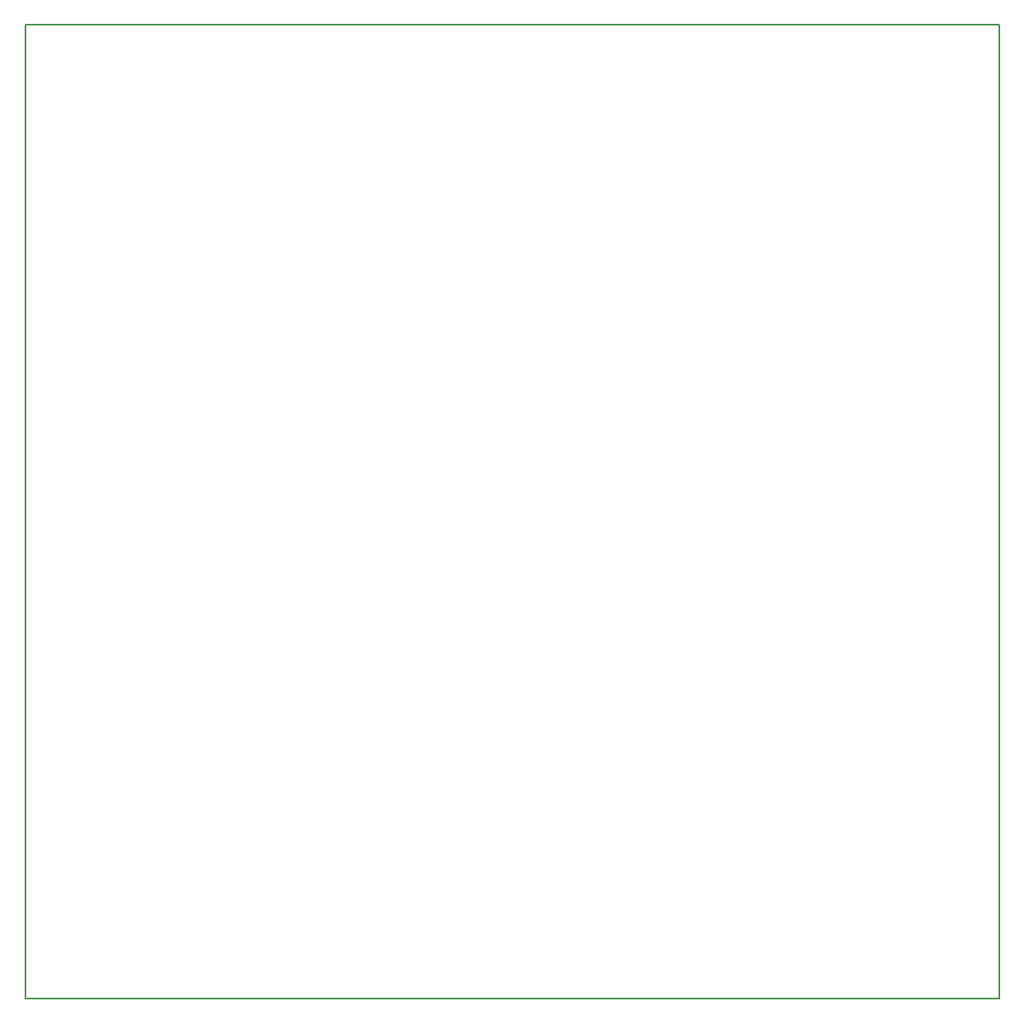
<source format=gbr>
G04 #@! TF.GenerationSoftware,KiCad,Pcbnew,(5.1.0-0)*
G04 #@! TF.CreationDate,2019-04-10T22:03:51-07:00*
G04 #@! TF.ProjectId,mini68k,6d696e69-3638-46b2-9e6b-696361645f70,v02*
G04 #@! TF.SameCoordinates,PX5c0c740PY43d3480*
G04 #@! TF.FileFunction,Profile,NP*
%FSLAX46Y46*%
G04 Gerber Fmt 4.6, Leading zero omitted, Abs format (unit mm)*
G04 Created by KiCad (PCBNEW (5.1.0-0)) date 2019-04-10 22:03:51*
%MOMM*%
%LPD*%
G04 APERTURE LIST*
%ADD10C,0.150000*%
G04 APERTURE END LIST*
D10*
X-7620000Y-92710000D02*
X-7620000Y7620000D01*
X92710000Y-92710000D02*
X-7620000Y-92710000D01*
X92710000Y7620000D02*
X92710000Y-92710000D01*
X-7620000Y7620000D02*
X92710000Y7620000D01*
M02*

</source>
